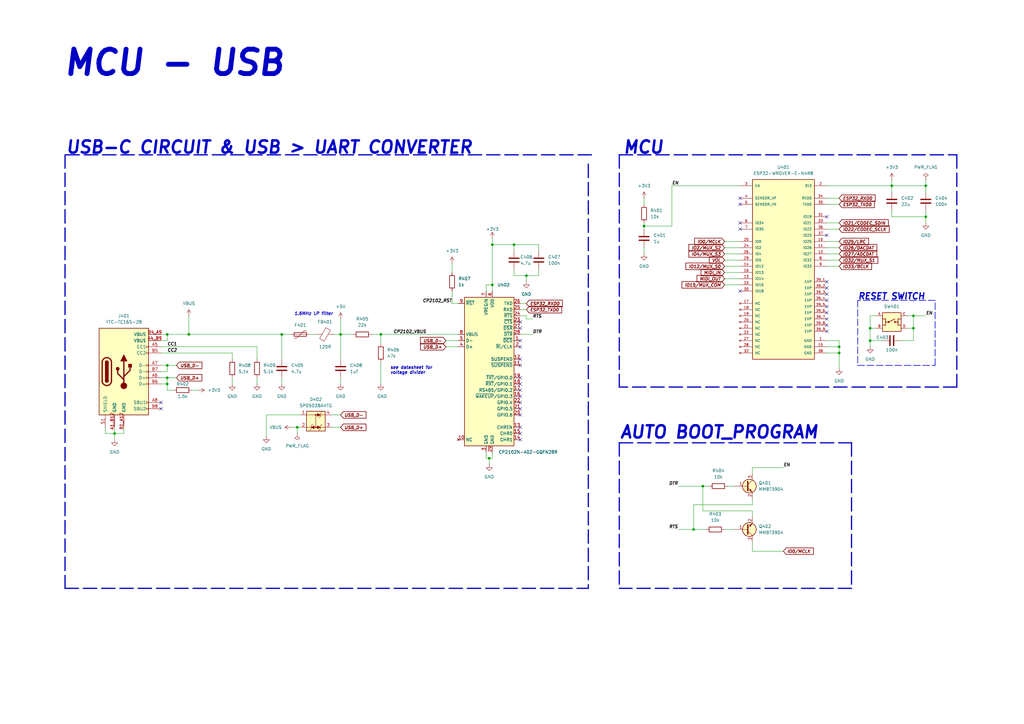
<source format=kicad_sch>
(kicad_sch (version 20211123) (generator eeschema)
  (paper "A3")
  (title_block (title "ESP32 SYNTH") (date "2023-06-02") (rev "0") (company "Joël Ucedo"))
  (lib_symbols
    (symbol "MY CAPACITOR LIBRARY:CC0603KRX7R9BB104" (pin_numbers hide) (pin_names (offset 0.254))
      (property "Reference" "C6" (at -5.08 1.27 0))
      (property "Value" "CC0603KRX7R9BB104" (at -8.89 -1.27 0))
      (symbol "CC0603KRX7R9BB104_0_1"
        (polyline (pts (xy -2.032 -0.762) (xy 2.032 -0.762)) (stroke (width 0.508)))
        (polyline (pts (xy -2.032 0.762) (xy 2.032 0.762)) (stroke (width 0.508)))
      )
      (symbol "CC0603KRX7R9BB104_1_1"
        (pin passive line (at 0 3.81 270) (length 2.794) (name "~") (number "1"))
        (pin passive line (at 0 -3.81 90) (length 2.794) (name "~") (number "2"))
      )
    )
    (symbol "MY CAPACITOR LIBRARY:CL10A105KB8NNNC" (pin_numbers hide) (pin_names (offset 0.254))
      (property "Reference" "C5" (at 3.81 1.2701 0))
      (property "Value" "CL10A105KB8NNNC" (at 3.81 -1.2699 0))
      (symbol "CL10A105KB8NNNC_0_1"
        (polyline (pts (xy -2.032 -0.762) (xy 2.032 -0.762)) (stroke (width 0.508)))
        (polyline (pts (xy -2.032 0.762) (xy 2.032 0.762)) (stroke (width 0.508)))
      )
      (symbol "CL10A105KB8NNNC_1_1"
        (pin passive line (at 0 3.81 270) (length 2.794) (name "~") (number "1"))
        (pin passive line (at 0 -3.81 90) (length 2.794) (name "~") (number "2"))
      )
    )
    (symbol "MY CAPACITOR LIBRARY:CL10A226MQ8NRNC" (pin_numbers hide) (pin_names (offset 0.254))
      (property "Reference" "C3" (at 1.27 2.54 0))
      (property "Value" "CL10A226MQ8NRNC" (at 1.27 -2.54 0))
      (symbol "CL10A226MQ8NRNC_0_1"
        (polyline (pts (xy -2.032 -0.762) (xy 2.032 -0.762)) (stroke (width 0.508)))
        (polyline (pts (xy -2.032 0.762) (xy 2.032 0.762)) (stroke (width 0.508)))
      )
      (symbol "CL10A226MQ8NRNC_1_1"
        (pin passive line (at 0 3.81 270) (length 2.794) (name "~") (number "1"))
        (pin passive line (at 0 -3.81 90) (length 2.794) (name "~") (number "2"))
      )
    )
    (symbol "MY CAPACITOR LIBRARY:CL10A475KO8NNNC" (pin_numbers hide) (pin_names (offset 0.254))
      (property "Reference" "C17" (at 3.81 1.2701 0))
      (property "Value" "CL10A475KO8NNNC" (at 3.81 -1.2699 0))
      (symbol "CL10A475KO8NNNC_0_1"
        (polyline (pts (xy -2.032 -0.762) (xy 2.032 -0.762)) (stroke (width 0.508)))
        (polyline (pts (xy -2.032 0.762) (xy 2.032 0.762)) (stroke (width 0.508)))
      )
      (symbol "CL10A475KO8NNNC_1_1"
        (pin passive line (at 0 3.81 270) (length 2.794) (name "~") (number "1"))
        (pin passive line (at 0 -3.81 90) (length 2.794) (name "~") (number "2"))
      )
    )
    (symbol "MY CONNECTOR LIBRARY:YTC-TC16S-28" (pin_names (offset 1.016))
      (property "Reference" "J" (at -10.16 19.05 0))
      (property "Value" "YTC-TC16S-28" (at 19.05 19.05 0))
      (symbol "YTC-TC16S-28_0_0"
        (rectangle (start 10.16 -14.986) (end 9.144 -15.494))
        (rectangle (start 10.16 -12.446) (end 9.144 -12.954))
        (rectangle (start 10.16 -4.826) (end 9.144 -5.334))
        (rectangle (start 10.16 -2.286) (end 9.144 -2.794))
        (rectangle (start 10.16 0.254) (end 9.144 -0.254))
        (rectangle (start 10.16 2.794) (end 9.144 2.286))
        (rectangle (start 10.16 7.874) (end 9.144 7.366))
        (rectangle (start 10.16 10.414) (end 9.144 9.906))
      )
      (symbol "YTC-TC16S-28_0_1"
        (rectangle (start -10.16 17.78) (end 10.16 -17.78) (stroke (width 0.254)) (fill (type background)))
        (arc (start -8.89 -3.81) (mid -6.985 -5.715) (end -5.08 -3.81) (stroke (width 0.508)))
        (arc (start -7.62 -3.81) (mid -6.985 -4.445) (end -6.35 -3.81) (stroke (width 0.254)))
        (arc (start -7.62 -3.81) (mid -6.985 -4.445) (end -6.35 -3.81) (stroke (width 0.254)) (fill (type outline)))
        (rectangle (start -7.62 -3.81) (end -6.35 3.81) (stroke (width 0.254)) (fill (type outline)))
        (arc (start -6.35 3.81) (mid -6.985 4.445) (end -7.62 3.81) (stroke (width 0.254)))
        (arc (start -6.35 3.81) (mid -6.985 4.445) (end -7.62 3.81) (stroke (width 0.254)) (fill (type outline)))
        (arc (start -5.08 3.81) (mid -6.985 5.715) (end -8.89 3.81) (stroke (width 0.508)))
        (circle (center -2.54 1.143) (radius 0.635) (stroke (width 0.254)) (fill (type outline)))
        (circle (center 0 -5.842) (radius 1.27) (fill (type outline)))
        (polyline (pts (xy -8.89 -3.81) (xy -8.89 3.81)) (stroke (width 0.508)))
        (polyline (pts (xy -5.08 3.81) (xy -5.08 -3.81)) (stroke (width 0.508)))
        (polyline (pts (xy 0 -5.842) (xy 0 4.318)) (stroke (width 0.508)))
        (polyline (pts (xy 0 -3.302) (xy -2.54 -0.762) (xy -2.54 0.508)) (stroke (width 0.508)))
        (polyline (pts (xy 0 -2.032) (xy 2.54 0.508) (xy 2.54 1.778)) (stroke (width 0.508)))
        (polyline (pts (xy -1.27 4.318) (xy 0 6.858) (xy 1.27 4.318) (xy -1.27 4.318)) (stroke (width 0.254)) (fill (type outline)))
        (rectangle (start 1.905 1.778) (end 3.175 3.048) (stroke (width 0.254)) (fill (type outline)))
      )
      (symbol "YTC-TC16S-28_1_1"
        (pin passive line (at -3.81 -22.86 90) (length 5.08) (name "GND") (number "A1_B12"))
        (pin passive line (at -3.81 -22.86 90) (length 5.08) (name "GND") (number "A1_B12"))
        (pin passive line (at 15.24 12.7 180) (length 5.08) (name "VBUS") (number "A4_B9"))
        (pin passive line (at 15.24 12.7 180) (length 5.08) (name "VBUS") (number "A4_B9"))
        (pin bidirectional line (at 15.24 10.16 180) (length 5.08) (name "CC1") (number "A5"))
        (pin bidirectional line (at 15.24 -2.54 180) (length 5.08) (name "D+") (number "A6"))
        (pin bidirectional line (at 15.24 2.54 180) (length 5.08) (name "D-") (number "A7"))
        (pin bidirectional line (at 15.24 -12.7 180) (length 5.08) (name "SBU1") (number "A8"))
        (pin passive line (at 0 -22.86 90) (length 5.08) (name "GND") (number "B1_A12"))
        (pin passive line (at 0 -22.86 90) (length 5.08) (name "GND") (number "B1_A12"))
        (pin passive line (at 15.24 15.24 180) (length 5.08) (name "VBUS") (number "B4_A9"))
        (pin passive line (at 15.24 15.24 180) (length 5.08) (name "VBUS") (number "B4_A9"))
        (pin bidirectional line (at 15.24 7.62 180) (length 5.08) (name "CC2") (number "B5"))
        (pin bidirectional line (at 15.24 -5.08 180) (length 5.08) (name "D+") (number "B6"))
        (pin bidirectional line (at 15.24 0 180) (length 5.08) (name "D-") (number "B7"))
        (pin bidirectional line (at 15.24 -15.24 180) (length 5.08) (name "SBU2") (number "B8"))
        (pin passive line (at -7.62 -22.86 90) (length 5.08) (name "SHIELD") (number "S1"))
      )
    )
    (symbol "MY DIODE LIBRARY:SP0503BAHTG" (pin_names (offset 1.016))
      (property "Reference" "D1" (at 0 8.89 0))
      (property "Value" "SP0503BAHTG" (at 0 6.35 0))
      (symbol "SP0503BAHTG_0_1"
        (circle (center 0 -2.54) (radius 0.254) (fill (type outline)))
        (polyline (pts (xy -3.81 -2.54) (xy -1.905 -2.54)))
        (polyline (pts (xy 0 -2.54) (xy 0 2.54)))
        (polyline (pts (xy 0.635 -2.54) (xy -0.635 -2.54)))
        (polyline (pts (xy 0.635 2.54) (xy -3.81 2.54)))
        (polyline (pts (xy 1.905 -2.54) (xy 3.81 -2.54)))
        (polyline (pts (xy 1.905 2.54) (xy 3.81 2.54)))
        (polyline (pts (xy -1.905 -2.54) (xy -0.635 -1.905) (xy -0.635 -3.175) (xy -1.905 -2.54)) (fill (type outline)))
        (polyline (pts (xy -1.27 -1.27) (xy -1.905 -1.905) (xy -1.905 -3.175) (xy -2.54 -3.81)))
        (polyline (pts (xy 0.635 -1.905) (xy 0.635 -3.175) (xy 1.905 -2.54) (xy 0.635 -1.905)) (fill (type outline)))
        (polyline (pts (xy 0.635 3.175) (xy 0.635 1.905) (xy 1.905 2.54) (xy 0.635 3.175)) (fill (type outline)))
        (polyline (pts (xy 2.54 -1.27) (xy 1.905 -1.905) (xy 1.905 -3.175) (xy 1.27 -3.81)))
        (polyline (pts (xy 2.54 3.81) (xy 1.905 3.175) (xy 1.905 1.905) (xy 1.27 1.27)))
        (circle (center 0 2.54) (radius 0.254) (fill (type outline)))
        (rectangle (start 3.81 4.064) (end -3.81 -4.064) (stroke (width 0.254)) (fill (type background)))
      )
      (symbol "SP0503BAHTG_1_1"
        (pin passive line (at -6.35 2.54 0) (length 2.54) (name "~") (number "1"))
        (pin passive line (at -6.35 -2.54 0) (length 2.54) (name "~") (number "2"))
        (pin passive line (at 6.35 -2.54 180) (length 2.54) (name "~") (number "3"))
        (pin passive line (at 6.35 2.54 180) (length 2.54) (name "~") (number "4"))
      )
    )
    (symbol "MY FERRITE BEAD LIBRARY:BLM18AG121SN1D" (pin_numbers hide) (pin_names (offset 0))
      (property "Reference" "FB1" (at -0.0508 5.08 90))
      (symbol "BLM18AG121SN1D_0_1"
        (polyline (pts (xy 0 -1.27) (xy 0 -1.2192)))
        (polyline (pts (xy 0 1.27) (xy 0 1.2954)))
        (polyline (pts (xy -2.7686 0.4064) (xy -1.7018 2.2606) (xy 2.7686 -0.3048) (xy 1.6764 -2.159) (xy -2.7686 0.4064)))
      )
      (symbol "BLM18AG121SN1D_1_1"
        (pin passive line (at 0 3.81 270) (length 2.54) (name "~") (number "1"))
        (pin passive line (at 0 -3.81 90) (length 2.54) (name "~") (number "2"))
      )
    )
    (symbol "MY FUSE LIBRARY:SMD0805P020TF" (pin_numbers hide) (pin_names (offset 0))
      (property "Reference" "F1" (at 0 3.81 90))
      (symbol "SMD0805P020TF_0_1"
        (rectangle (start -0.762 2.54) (end 0.762 -2.54) (stroke (width 0.254)))
        (polyline (pts (xy 0 2.54) (xy 0 -2.54)))
        (polyline (pts (xy -1.524 2.54) (xy -1.524 1.524) (xy 1.524 -1.524) (xy 1.524 -2.54)))
      )
      (symbol "SMD0805P020TF_1_1"
        (pin passive line (at 0 3.81 270) (length 1.27) (name "~") (number "1"))
        (pin passive line (at 0 -3.81 90) (length 1.27) (name "~") (number "2"))
      )
    )
    (symbol "MY IC LIBRARY:CP2102N-A02-GQFN28R"
      (property "Reference" "U2" (at 7.62 31.75 0))
      (property "Value" "CP2102N-A02-GQFN28R" (at 2.54 -33.02 0))
      (symbol "CP2102N-A02-GQFN28R_0_1"
        (rectangle (start -10.16 30.48) (end 10.16 -30.48) (stroke (width 0.254)) (fill (type background)))
      )
      (symbol "CP2102N-A02-GQFN28R_1_1"
        (pin input line (at 12.7 12.7 180) (length 2.54) (name "~{DCD}") (number "1"))
        (pin no_connect line (at -12.7 -27.94 0) (length 2.54) (name "NC") (number "10"))
        (pin output line (at 12.7 2.54 180) (length 2.54) (name "~{SUSPEND}") (number "11"))
        (pin output line (at 12.7 5.08 180) (length 2.54) (name "SUSPEND") (number "12"))
        (pin output line (at 12.7 -22.86 180) (length 2.54) (name "CHREN") (number "13"))
        (pin output line (at 12.7 -27.94 180) (length 2.54) (name "CHR1") (number "14"))
        (pin output line (at 12.7 -25.4 180) (length 2.54) (name "CHR0") (number "15"))
        (pin bidirectional line (at 12.7 -10.16 180) (length 2.54) (name "~{WAKEUP}/GPIO.3") (number "16"))
        (pin bidirectional line (at 12.7 -7.62 180) (length 2.54) (name "RS485/GPIO.2") (number "17"))
        (pin bidirectional line (at 12.7 -5.08 180) (length 2.54) (name "~{RXT}/GPIO.1") (number "18"))
        (pin bidirectional line (at 12.7 -2.54 180) (length 2.54) (name "~{TXT}/GPIO.0") (number "19"))
        (pin bidirectional line (at 12.7 10.16 180) (length 2.54) (name "~{RI}/CLK") (number "2"))
        (pin bidirectional line (at 12.7 -17.78 180) (length 2.54) (name "GPIO.6") (number "20"))
        (pin bidirectional line (at 12.7 -15.24 180) (length 2.54) (name "GPIO.5") (number "21"))
        (pin bidirectional line (at 12.7 -12.7 180) (length 2.54) (name "GPIO.4") (number "22"))
        (pin input line (at 12.7 20.32 180) (length 2.54) (name "~{CTS}") (number "23"))
        (pin output line (at 12.7 22.86 180) (length 2.54) (name "~{RTS}") (number "24"))
        (pin input line (at 12.7 25.4 180) (length 2.54) (name "RXD") (number "25"))
        (pin output line (at 12.7 27.94 180) (length 2.54) (name "TXD") (number "26"))
        (pin input line (at 12.7 17.78 180) (length 2.54) (name "~{DSR}") (number "27"))
        (pin output line (at 12.7 15.24 180) (length 2.54) (name "~{DTR}") (number "28"))
        (pin passive line (at 1.27 -33.02 90) (length 2.54) (name "GND") (number "29"))
        (pin power_in line (at -1.27 -33.02 90) (length 2.54) (name "GND") (number "3"))
        (pin bidirectional line (at -12.7 10.16 0) (length 2.54) (name "D+") (number "4"))
        (pin bidirectional line (at -12.7 12.7 0) (length 2.54) (name "D-") (number "5"))
        (pin power_in line (at 1.27 33.02 270) (length 2.54) (name "VDD") (number "6"))
        (pin power_in line (at -1.27 33.02 270) (length 2.54) (name "VREGIN") (number "7"))
        (pin input line (at -12.7 15.24 0) (length 2.54) (name "VBUS") (number "8"))
        (pin input line (at -12.7 27.94 0) (length 2.54) (name "~{RST}") (number "9"))
      )
    )
    (symbol "MY MICROCONTROLLER LIBRARY:ESP32-WROVER-E-N4R8" (pin_names (offset 1.016))
      (property "Reference" "U?" (at 1.27 40.64 0))
      (property "Value" "ESP32-WROVER-E-N4R8" (at 1.27 38.1 0))
      (symbol "ESP32-WROVER-E-N4R8_0_0"
        (rectangle (start -11.43 35.56) (end 13.97 -38.1) (stroke (width 0.254)) (fill (type background)))
        (pin power_in line (at 19.05 -30.48 180) (length 5.08) (name "GND") (number "1"))
        (pin bidirectional line (at 19.05 10.16 180) (length 5.08) (name "IO25") (number "10"))
        (pin bidirectional line (at 19.05 7.62 180) (length 5.08) (name "IO26") (number "11"))
        (pin bidirectional line (at 19.05 5.08 180) (length 5.08) (name "IO27") (number "12"))
        (pin bidirectional line (at -16.51 -5.08 0) (length 5.08) (name "IO14") (number "13"))
        (pin bidirectional line (at -16.51 0 0) (length 5.08) (name "IO12") (number "14"))
        (pin power_in line (at 19.05 -33.02 180) (length 5.08) (name "GND") (number "15"))
        (pin bidirectional line (at -16.51 -2.54 0) (length 5.08) (name "IO13") (number "16"))
        (pin no_connect line (at -16.51 -15.24 0) (length 5.08) (name "NC") (number "17"))
        (pin no_connect line (at -16.51 -17.78 0) (length 5.08) (name "NC") (number "18"))
        (pin no_connect line (at -16.51 -20.32 0) (length 5.08) (name "NC") (number "19"))
        (pin power_in line (at 19.05 33.02 180) (length 5.08) (name "3V3") (number "2"))
        (pin no_connect line (at -16.51 -22.86 0) (length 5.08) (name "NC") (number "20"))
        (pin no_connect line (at -16.51 -25.4 0) (length 5.08) (name "NC") (number "21"))
        (pin no_connect line (at -16.51 -27.94 0) (length 5.08) (name "NC") (number "22"))
        (pin bidirectional line (at -16.51 -7.62 0) (length 5.08) (name "IO15") (number "23"))
        (pin bidirectional line (at -16.51 7.62 0) (length 5.08) (name "IO2") (number "24"))
        (pin bidirectional line (at -16.51 10.16 0) (length 5.08) (name "IO0") (number "25"))
        (pin bidirectional line (at -16.51 5.08 0) (length 5.08) (name "IO4") (number "26"))
        (pin no_connect line (at -16.51 -30.48 0) (length 5.08) (name "NC") (number "27"))
        (pin no_connect line (at -16.51 -33.02 0) (length 5.08) (name "NC") (number "28"))
        (pin bidirectional line (at -16.51 2.54 0) (length 5.08) (name "IO5") (number "29"))
        (pin input line (at -16.51 33.02 0) (length 5.08) (name "EN") (number "3"))
        (pin bidirectional line (at -16.51 -10.16 0) (length 5.08) (name "IO18") (number "30"))
        (pin bidirectional line (at 19.05 20.32 180) (length 5.08) (name "IO19") (number "31"))
        (pin no_connect line (at -16.51 -35.56 0) (length 5.08) (name "NC") (number "32"))
        (pin bidirectional line (at 19.05 17.78 180) (length 5.08) (name "IO21") (number "33"))
        (pin bidirectional line (at 19.05 27.94 180) (length 5.08) (name "RXD0") (number "34"))
        (pin bidirectional line (at 19.05 25.4 180) (length 5.08) (name "TXD0") (number "35"))
        (pin bidirectional line (at 19.05 15.24 180) (length 5.08) (name "IO22") (number "36"))
        (pin bidirectional line (at 19.05 12.7 180) (length 5.08) (name "IO23") (number "37"))
        (pin power_in line (at 19.05 -35.56 180) (length 5.08) (name "GND") (number "38"))
        (pin power_in line (at 19.05 -6.35 180) (length 5.08) (name "EXP") (number "39_1"))
        (pin power_in line (at 19.05 -8.89 180) (length 5.08) (name "EXP") (number "39_2"))
        (pin power_in line (at 19.05 -11.43 180) (length 5.08) (name "EXP") (number "39_3"))
        (pin power_in line (at 19.05 -13.97 180) (length 5.08) (name "EXP") (number "39_4"))
        (pin power_in line (at 19.05 -16.51 180) (length 5.08) (name "EXP") (number "39_5"))
        (pin power_in line (at 19.05 -19.05 180) (length 5.08) (name "EXP") (number "39_6"))
        (pin power_in line (at 19.05 -21.59 180) (length 5.08) (name "EXP") (number "39_7"))
        (pin power_in line (at 19.05 -24.13 180) (length 5.08) (name "EXP") (number "39_8"))
        (pin power_in line (at 19.05 -26.67 180) (length 5.08) (name "EXP") (number "39_9"))
        (pin input line (at -16.51 27.94 0) (length 5.08) (name "SENSOR_VP") (number "4"))
        (pin input line (at -16.51 25.4 0) (length 5.08) (name "SENSOR_VN") (number "5"))
        (pin input line (at -16.51 17.78 0) (length 5.08) (name "IO34") (number "6"))
        (pin input line (at -16.51 15.24 0) (length 5.08) (name "IO35") (number "7"))
        (pin bidirectional line (at 19.05 2.54 180) (length 5.08) (name "IO32") (number "8"))
        (pin bidirectional line (at 19.05 0 180) (length 5.08) (name "IO33") (number "9"))
      )
    )
    (symbol "MY RESISTOR LIBRARY:0603WAF1001T5E" (pin_numbers hide) (pin_names (offset 0))
      (property "Reference" "R" (at 2.032 0 90))
      (property "Value" "0603WAF1001T5E" (at 0 0 90))
      (symbol "0603WAF1001T5E_0_1"
        (rectangle (start -1.016 -2.54) (end 1.016 2.54) (stroke (width 0.254)))
      )
      (symbol "0603WAF1001T5E_1_1"
        (pin passive line (at 0 3.81 270) (length 1.27) (name "~") (number "1"))
        (pin passive line (at 0 -3.81 90) (length 1.27) (name "~") (number "2"))
      )
    )
    (symbol "MY RESISTOR LIBRARY:0603WAF1002T5E" (pin_numbers hide) (pin_names (offset 0))
      (property "Reference" "R" (at 2.032 0 90))
      (property "Value" "0603WAF1002T5E" (at 0 0 90))
      (symbol "0603WAF1002T5E_0_1"
        (rectangle (start -1.016 -2.54) (end 1.016 2.54) (stroke (width 0.254)))
      )
      (symbol "0603WAF1002T5E_1_1"
        (pin passive line (at 0 3.81 270) (length 1.27) (name "~") (number "1"))
        (pin passive line (at 0 -3.81 90) (length 1.27) (name "~") (number "2"))
      )
    )
    (symbol "MY RESISTOR LIBRARY:0603WAF2202T5E" (pin_numbers hide) (pin_names (offset 0))
      (property "Reference" "R" (at 2.032 0 90))
      (property "Value" "0603WAF2202T5E" (at 0 0 90))
      (symbol "0603WAF2202T5E_0_1"
        (rectangle (start -1.016 -2.54) (end 1.016 2.54) (stroke (width 0.254)))
      )
      (symbol "0603WAF2202T5E_1_1"
        (pin passive line (at 0 3.81 270) (length 1.27) (name "~") (number "1"))
        (pin passive line (at 0 -3.81 90) (length 1.27) (name "~") (number "2"))
      )
    )
    (symbol "MY RESISTOR LIBRARY:0603WAF4702T5E" (pin_numbers hide) (pin_names (offset 0))
      (property "Reference" "R" (at 2.032 0 90))
      (property "Value" "0603WAF4702T5E" (at 0 0 90))
      (symbol "0603WAF4702T5E_0_1"
        (rectangle (start -1.016 -2.54) (end 1.016 2.54) (stroke (width 0.254)))
      )
      (symbol "0603WAF4702T5E_1_1"
        (pin passive line (at 0 3.81 270) (length 1.27) (name "~") (number "1"))
        (pin passive line (at 0 -3.81 90) (length 1.27) (name "~") (number "2"))
      )
    )
    (symbol "MY RESISTOR LIBRARY:0603WAF5101T5E" (pin_numbers hide) (pin_names (offset 0))
      (property "Reference" "R" (at 2.032 0 90))
      (property "Value" "0603WAF5101T5E" (at 0 0 90))
      (symbol "0603WAF5101T5E_0_1"
        (rectangle (start -1.016 -2.54) (end 1.016 2.54) (stroke (width 0.254)))
      )
      (symbol "0603WAF5101T5E_1_1"
        (pin passive line (at 0 3.81 270) (length 1.27) (name "~") (number "1"))
        (pin passive line (at 0 -3.81 90) (length 1.27) (name "~") (number "2"))
      )
    )
    (symbol "MY RESISTOR LIBRARY:CQ03WAJ0152T5E" (pin_numbers hide) (pin_names (offset 0))
      (property "Reference" "R" (at 2.032 0 90))
      (property "Value" "CQ03WAJ0152T5E" (at 0 0 90))
      (symbol "CQ03WAJ0152T5E_0_1"
        (rectangle (start -1.016 -2.54) (end 1.016 2.54) (stroke (width 0.254)))
      )
      (symbol "CQ03WAJ0152T5E_1_1"
        (pin passive line (at 0 3.81 270) (length 1.27) (name "~") (number "1"))
        (pin passive line (at 0 -3.81 90) (length 1.27) (name "~") (number "2"))
      )
    )
    (symbol "MY SWITCH LIBRARY:TS-1187A-B-A-B" (pin_names (offset 1.016))
      (property "Reference" "SW1" (at 1.27 6.35 0))
      (symbol "TS-1187A-B-A-B_0_0"
        (rectangle (start -2.54 3.81) (end 5.08 -3.81) (stroke (width 0.254)) (fill (type background)))
        (polyline (pts (xy -2.54 1.27) (xy -1.27 1.27)) (stroke (width 0.254)))
        (polyline (pts (xy -1.27 -1.27) (xy -2.54 -1.27)) (stroke (width 0.254)))
        (polyline (pts (xy -1.27 0) (xy -1.27 -1.27)) (stroke (width 0.254)))
        (polyline (pts (xy -1.27 0) (xy 0 0)) (stroke (width 0.254)))
        (polyline (pts (xy -1.27 1.27) (xy -1.27 0)) (stroke (width 0.254)))
        (polyline (pts (xy 0 0) (xy 2.54 1.27)) (stroke (width 0.254)))
        (polyline (pts (xy 2.54 0) (xy 3.81 0)) (stroke (width 0.254)))
        (polyline (pts (xy 3.81 -1.27) (xy 5.08 -1.27)) (stroke (width 0.254)))
        (polyline (pts (xy 3.81 0) (xy 3.81 -1.27)) (stroke (width 0.254)))
        (polyline (pts (xy 3.81 0) (xy 3.81 1.27)) (stroke (width 0.254)))
        (polyline (pts (xy 3.81 1.27) (xy 5.08 1.27)) (stroke (width 0.254)))
        (circle (center 0 0) (radius 0.254) (stroke (width 0.254)))
        (circle (center 2.54 0) (radius 0.254) (stroke (width 0.254)))
        (pin passive line (at -5.08 2.54 0) (length 2.54) (name "~") (number "A"))
        (pin passive line (at -5.08 -2.54 0) (length 2.54) (name "~") (number "B"))
        (pin passive line (at 7.62 2.54 180) (length 2.54) (name "~") (number "C"))
        (pin passive line (at 7.62 -2.54 180) (length 2.54) (name "~") (number "D"))
      )
    )
    (symbol "MY TRANSISTOR LIBRARY:MMBT3904" (pin_names (offset 0) hide)
      (property "Reference" "Q1" (at 5.08 1.2701 0))
      (property "Value" "MMBT3904" (at 5.08 -1.2699 0))
      (symbol "MMBT3904_0_1"
        (polyline (pts (xy 0.635 0.635) (xy 2.54 2.54)))
        (polyline (pts (xy 0.635 -0.635) (xy 2.54 -2.54) (xy 2.54 -2.54)))
        (polyline (pts (xy 0.635 1.905) (xy 0.635 -1.905) (xy 0.635 -1.905)) (stroke (width 0.508)))
        (polyline (pts (xy 1.27 -1.778) (xy 1.778 -1.27) (xy 2.286 -2.286) (xy 1.27 -1.778) (xy 1.27 -1.778)) (fill (type outline)))
        (circle (center 1.27 0) (radius 2.8194) (stroke (width 0.254)) (fill (type background)))
      )
      (symbol "MMBT3904_1_1"
        (pin input line (at -5.08 0 0) (length 5.715) (name "B") (number "1"))
        (pin passive line (at 2.54 -5.08 90) (length 2.54) (name "E") (number "2"))
        (pin passive line (at 2.54 5.08 270) (length 2.54) (name "C") (number "3"))
      )
    )
    (symbol "power:+3V3" (power) (pin_names (offset 0))
      (property "Value" "+3V3" (at 0 3.556 0))
      (symbol "+3V3_0_1"
        (polyline (pts (xy -0.762 1.27) (xy 0 2.54)))
        (polyline (pts (xy 0 0) (xy 0 2.54)))
        (polyline (pts (xy 0 2.54) (xy 0.762 1.27)))
      )
      (symbol "+3V3_1_1"
        (pin power_in line (at 0 0 90) (length 0) hide (name "+3V3") (number "1"))
      )
    )
    (symbol "power:+5V" (power) (pin_names (offset 0))
      (property "Value" "+5V" (at 0 3.556 0))
      (symbol "+5V_0_1"
        (polyline (pts (xy -0.762 1.27) (xy 0 2.54)))
        (polyline (pts (xy 0 0) (xy 0 2.54)))
        (polyline (pts (xy 0 2.54) (xy 0.762 1.27)))
      )
      (symbol "+5V_1_1"
        (pin power_in line (at 0 0 90) (length 0) hide (name "+5V") (number "1"))
      )
    )
    (symbol "power:GND" (power) (pin_names (offset 0))
      (property "Value" "GND" (at 0 -3.81 0))
      (symbol "GND_0_1"
        (polyline (pts (xy 0 0) (xy 0 -1.27) (xy 1.27 -1.27) (xy 0 -2.54) (xy -1.27 -1.27) (xy 0 -1.27)))
      )
      (symbol "GND_1_1"
        (pin power_in line (at 0 0 270) (length 0) hide (name "GND") (number "1"))
      )
    )
    (symbol "power:PWR_FLAG" (power) (pin_numbers hide) (pin_names (offset 0) hide)
      (property "Value" "PWR_FLAG" (at 0 3.81 0))
      (symbol "PWR_FLAG_0_0"
        (pin power_out line (at 0 0 90) (length 0) (name "pwr") (number "1"))
      )
      (symbol "PWR_FLAG_0_1"
        (polyline (pts (xy 0 0) (xy 0 1.27) (xy -1.016 1.905) (xy 0 2.54) (xy 1.016 1.905) (xy 0 1.27)))
      )
    )
    (symbol "power:VBUS" (power) (pin_names (offset 0))
      (property "Value" "VBUS" (at 0 3.81 0))
      (symbol "VBUS_0_1"
        (polyline (pts (xy -0.762 1.27) (xy 0 2.54)))
        (polyline (pts (xy 0 0) (xy 0 2.54)))
        (polyline (pts (xy 0 2.54) (xy 0.762 1.27)))
      )
      (symbol "VBUS_1_1"
        (pin power_in line (at 0 0 90) (length 0) hide (name "VBUS") (number "1"))
      )
    )
  )
  (junction (at 374.65 129.54))
  (junction (at 264.16 92.71))
  (junction (at 46.99 177.8))
  (junction (at 288.29 199.39))
  (junction (at 344.17 144.78))
  (junction (at 77.47 137.16))
  (junction (at 156.21 137.16))
  (junction (at 68.58 137.16))
  (junction (at 68.58 157.48))
  (junction (at 201.93 116.84))
  (junction (at 201.93 100.33))
  (junction (at 200.66 187.96))
  (junction (at 356.87 139.7))
  (junction (at 121.92 175.26))
  (junction (at 115.57 137.16))
  (junction (at 344.17 142.24))
  (junction (at 68.58 154.94))
  (junction (at 215.9 113.03))
  (junction (at 139.7 137.16))
  (junction (at 379.73 88.9))
  (junction (at 284.48 217.17))
  (junction (at 379.73 76.2))
  (junction (at 68.58 149.86))
  (junction (at 374.65 134.62))
  (junction (at 365.76 76.2))
  (junction (at 356.87 134.62))
  (junction (at 210.82 100.33))
  (no_connect (at 339.09 125.73))
  (no_connect (at 339.09 135.89))
  (no_connect (at 339.09 120.65))
  (no_connect (at 339.09 88.9))
  (no_connect (at 339.09 96.52))
  (no_connect (at 303.53 119.38))
  (no_connect (at 213.36 132.08))
  (no_connect (at 213.36 180.34))
  (no_connect (at 213.36 167.64))
  (no_connect (at 213.36 154.94))
  (no_connect (at 213.36 147.32))
  (no_connect (at 339.09 123.19))
  (no_connect (at 213.36 175.26))
  (no_connect (at 213.36 134.62))
  (no_connect (at 339.09 130.81))
  (no_connect (at 66.04 165.1))
  (no_connect (at 339.09 133.35))
  (no_connect (at 339.09 115.57))
  (no_connect (at 303.53 91.44))
  (no_connect (at 303.53 93.98))
  (no_connect (at 303.53 83.82))
  (no_connect (at 303.53 81.28))
  (no_connect (at 213.36 170.18))
  (no_connect (at 213.36 177.8))
  (no_connect (at 339.09 118.11))
  (no_connect (at 213.36 165.1))
  (no_connect (at 213.36 157.48))
  (no_connect (at 213.36 139.7))
  (no_connect (at 213.36 142.24))
  (no_connect (at 213.36 160.02))
  (no_connect (at 213.36 162.56))
  (no_connect (at 339.09 128.27))
  (no_connect (at 213.36 149.86))
  (no_connect (at 66.04 167.64))
  (polyline (pts (xy 349.25 241.3) (xy 254 241.3)) (stroke (width 0.5)))
  (wire (pts (xy 156.21 137.16) (xy 187.96 137.16)))
  (wire (pts (xy 264.16 101.6) (xy 264.16 104.14)))
  (wire (pts (xy 185.42 111.76) (xy 185.42 107.95)))
  (wire (pts (xy 356.87 139.7) (xy 361.95 139.7)))
  (wire (pts (xy 66.04 149.86) (xy 68.58 149.86)))
  (wire (pts (xy 71.12 160.02) (xy 68.58 160.02)))
  (wire (pts (xy 374.65 129.54) (xy 374.65 134.62)))
  (wire (pts (xy 68.58 152.4) (xy 68.58 149.86)))
  (wire (pts (xy 77.47 129.54) (xy 77.47 137.16)))
  (wire (pts (xy 185.42 124.46) (xy 187.96 124.46)))
  (wire (pts (xy 121.92 175.26) (xy 123.19 175.26)))
  (wire (pts (xy 344.17 144.78) (xy 344.17 151.13)))
  (wire (pts (xy 68.58 149.86) (xy 72.39 149.86)))
  (polyline (pts (xy 254 181.61) (xy 349.25 181.61)) (stroke (width 0.5)))
  (wire (pts (xy 356.87 134.62) (xy 359.41 134.62)))
  (wire (pts (xy 78.74 160.02) (xy 81.28 160.02)))
  (wire (pts (xy 43.18 177.8) (xy 46.99 177.8)))
  (wire (pts (xy 210.82 100.33) (xy 220.98 100.33)))
  (polyline (pts (xy 254 63.5) (xy 254 158.75)) (stroke (width 0.5)))
  (wire (pts (xy 289.56 217.17) (xy 284.48 217.17)))
  (wire (pts (xy 182.88 142.24) (xy 187.96 142.24)))
  (wire (pts (xy 288.29 199.39) (xy 290.83 199.39)))
  (polyline (pts (xy 351.79 149.86) (xy 383.54 149.86)) (stroke (width 0.254)))
  (wire (pts (xy 379.73 78.74) (xy 379.73 76.2)))
  (wire (pts (xy 109.22 170.18) (xy 109.22 179.07)))
  (wire (pts (xy 200.66 187.96) (xy 199.39 187.96)))
  (wire (pts (xy 213.36 127) (xy 215.9 127)))
  (wire (pts (xy 288.29 209.55) (xy 288.29 199.39)))
  (wire (pts (xy 68.58 137.16) (xy 66.04 137.16)))
  (wire (pts (xy 199.39 187.96) (xy 199.39 185.42)))
  (wire (pts (xy 115.57 154.94) (xy 115.57 157.48)))
  (wire (pts (xy 264.16 92.71) (xy 275.59 92.71)))
  (polyline (pts (xy 349.25 181.61) (xy 349.25 241.3)) (stroke (width 0.5)))
  (wire (pts (xy 46.99 175.26) (xy 46.99 177.8)))
  (wire (pts (xy 339.09 144.78) (xy 344.17 144.78)))
  (wire (pts (xy 213.36 129.54) (xy 215.9 129.54)))
  (wire (pts (xy 156.21 137.16) (xy 156.21 140.97)))
  (wire (pts (xy 200.66 190.5) (xy 200.66 187.96)))
  (wire (pts (xy 201.93 187.96) (xy 201.93 185.42)))
  (wire (pts (xy 199.39 116.84) (xy 201.93 116.84)))
  (wire (pts (xy 215.9 129.54) (xy 215.9 130.81)))
  (wire (pts (xy 218.44 130.81) (xy 215.9 130.81)))
  (wire (pts (xy 297.18 114.3) (xy 303.53 114.3)))
  (wire (pts (xy 50.8 177.8) (xy 46.99 177.8)))
  (wire (pts (xy 297.18 111.76) (xy 303.53 111.76)))
  (wire (pts (xy 68.58 139.7) (xy 68.58 137.16)))
  (wire (pts (xy 298.45 199.39) (xy 300.99 199.39)))
  (wire (pts (xy 339.09 109.22) (xy 344.17 109.22)))
  (wire (pts (xy 201.93 100.33) (xy 210.82 100.33)))
  (wire (pts (xy 308.61 207.01) (xy 308.61 204.47)))
  (wire (pts (xy 135.89 175.26) (xy 139.7 175.26)))
  (wire (pts (xy 339.09 139.7) (xy 344.17 139.7)))
  (wire (pts (xy 123.19 170.18) (xy 109.22 170.18)))
  (wire (pts (xy 365.76 76.2) (xy 365.76 78.74)))
  (wire (pts (xy 284.48 217.17) (xy 284.48 207.01)))
  (wire (pts (xy 339.09 142.24) (xy 344.17 142.24)))
  (wire (pts (xy 379.73 73.66) (xy 379.73 76.2)))
  (wire (pts (xy 275.59 92.71) (xy 275.59 76.2)))
  (wire (pts (xy 185.42 124.46) (xy 185.42 119.38)))
  (polyline (pts (xy 383.54 123.19) (xy 351.79 123.19)) (stroke (width 0.254)))
  (wire (pts (xy 344.17 142.24) (xy 344.17 144.78)))
  (wire (pts (xy 344.17 139.7) (xy 344.17 142.24)))
  (wire (pts (xy 66.04 139.7) (xy 68.58 139.7)))
  (polyline (pts (xy 26.67 63.5) (xy 26.67 241.3)) (stroke (width 0.5)))
  (wire (pts (xy 339.09 101.6) (xy 344.17 101.6)))
  (wire (pts (xy 278.13 199.39) (xy 288.29 199.39)))
  (wire (pts (xy 339.09 93.98) (xy 344.17 93.98)))
  (wire (pts (xy 156.21 148.59) (xy 156.21 157.48)))
  (wire (pts (xy 201.93 119.38) (xy 201.93 116.84)))
  (wire (pts (xy 339.09 106.68) (xy 344.17 106.68)))
  (polyline (pts (xy 392.43 63.5) (xy 392.43 158.75)) (stroke (width 0.5)))
  (polyline (pts (xy 351.79 123.19) (xy 351.79 149.86)) (stroke (width 0.254)))
  (wire (pts (xy 374.65 129.54) (xy 379.73 129.54)))
  (wire (pts (xy 297.18 101.6) (xy 303.53 101.6)))
  (wire (pts (xy 66.04 152.4) (xy 68.58 152.4)))
  (wire (pts (xy 115.57 137.16) (xy 77.47 137.16)))
  (wire (pts (xy 215.9 113.03) (xy 220.98 113.03)))
  (wire (pts (xy 264.16 92.71) (xy 264.16 93.98)))
  (wire (pts (xy 139.7 137.16) (xy 139.7 147.32)))
  (wire (pts (xy 308.61 226.06) (xy 321.31 226.06)))
  (wire (pts (xy 339.09 91.44) (xy 344.17 91.44)))
  (wire (pts (xy 139.7 130.81) (xy 139.7 137.16)))
  (wire (pts (xy 213.36 124.46) (xy 215.9 124.46)))
  (wire (pts (xy 68.58 157.48) (xy 68.58 160.02)))
  (wire (pts (xy 220.98 110.49) (xy 220.98 113.03)))
  (wire (pts (xy 339.09 81.28) (xy 344.17 81.28)))
  (wire (pts (xy 308.61 191.77) (xy 321.31 191.77)))
  (wire (pts (xy 297.18 104.14) (xy 303.53 104.14)))
  (wire (pts (xy 68.58 154.94) (xy 72.39 154.94)))
  (wire (pts (xy 339.09 99.06) (xy 344.17 99.06)))
  (wire (pts (xy 105.41 142.24) (xy 105.41 147.32)))
  (wire (pts (xy 379.73 88.9) (xy 379.73 91.44)))
  (wire (pts (xy 66.04 144.78) (xy 95.25 144.78)))
  (wire (pts (xy 210.82 100.33) (xy 210.82 102.87)))
  (wire (pts (xy 379.73 86.36) (xy 379.73 88.9)))
  (wire (pts (xy 297.18 99.06) (xy 303.53 99.06)))
  (wire (pts (xy 95.25 144.78) (xy 95.25 147.32)))
  (wire (pts (xy 119.38 175.26) (xy 121.92 175.26)))
  (wire (pts (xy 369.57 139.7) (xy 374.65 139.7)))
  (wire (pts (xy 264.16 81.28) (xy 264.16 83.82)))
  (wire (pts (xy 339.09 76.2) (xy 365.76 76.2)))
  (polyline (pts (xy 242.57 63.5) (xy 26.67 63.5)) (stroke (width 0.5)))
  (wire (pts (xy 152.4 137.16) (xy 156.21 137.16)))
  (wire (pts (xy 201.93 100.33) (xy 201.93 116.84)))
  (wire (pts (xy 66.04 157.48) (xy 68.58 157.48)))
  (wire (pts (xy 210.82 113.03) (xy 215.9 113.03)))
  (wire (pts (xy 66.04 142.24) (xy 105.41 142.24)))
  (wire (pts (xy 278.13 217.17) (xy 284.48 217.17)))
  (wire (pts (xy 297.18 116.84) (xy 303.53 116.84)))
  (wire (pts (xy 115.57 137.16) (xy 119.38 137.16)))
  (wire (pts (xy 95.25 154.94) (xy 95.25 157.48)))
  (wire (pts (xy 66.04 154.94) (xy 68.58 154.94)))
  (wire (pts (xy 182.88 139.7) (xy 187.96 139.7)))
  (wire (pts (xy 220.98 100.33) (xy 220.98 102.87)))
  (wire (pts (xy 356.87 129.54) (xy 359.41 129.54)))
  (wire (pts (xy 199.39 119.38) (xy 199.39 116.84)))
  (wire (pts (xy 339.09 83.82) (xy 344.17 83.82)))
  (wire (pts (xy 308.61 222.25) (xy 308.61 226.06)))
  (wire (pts (xy 77.47 137.16) (xy 68.58 137.16)))
  (wire (pts (xy 46.99 177.8) (xy 46.99 180.34)))
  (polyline (pts (xy 241.3 67.31) (xy 241.3 241.3)) (stroke (width 0.5)))
  (wire (pts (xy 297.18 217.17) (xy 300.99 217.17)))
  (polyline (pts (xy 392.43 158.75) (xy 254 158.75)) (stroke (width 0.5)))
  (polyline (pts (xy 254 181.61) (xy 254 241.3)) (stroke (width 0.5)))
  (wire (pts (xy 127 137.16) (xy 129.54 137.16)))
  (wire (pts (xy 372.11 134.62) (xy 374.65 134.62)))
  (wire (pts (xy 139.7 137.16) (xy 144.78 137.16)))
  (wire (pts (xy 356.87 139.7) (xy 356.87 134.62)))
  (wire (pts (xy 135.89 170.18) (xy 139.7 170.18)))
  (wire (pts (xy 284.48 207.01) (xy 308.61 207.01)))
  (wire (pts (xy 356.87 134.62) (xy 356.87 129.54)))
  (wire (pts (xy 115.57 147.32) (xy 115.57 137.16)))
  (polyline (pts (xy 254 63.5) (xy 392.43 63.5)) (stroke (width 0.5)))
  (wire (pts (xy 200.66 187.96) (xy 201.93 187.96)))
  (wire (pts (xy 297.18 109.22) (xy 303.53 109.22)))
  (wire (pts (xy 213.36 137.16) (xy 218.44 137.16)))
  (wire (pts (xy 288.29 209.55) (xy 308.61 209.55)))
  (wire (pts (xy 121.92 175.26) (xy 121.92 177.8)))
  (wire (pts (xy 308.61 194.31) (xy 308.61 191.77)))
  (wire (pts (xy 215.9 113.03) (xy 215.9 115.57)))
  (wire (pts (xy 374.65 139.7) (xy 374.65 134.62)))
  (wire (pts (xy 210.82 110.49) (xy 210.82 113.03)))
  (polyline (pts (xy 383.54 149.86) (xy 383.54 123.19)) (stroke (width 0.254)))
  (wire (pts (xy 365.76 76.2) (xy 379.73 76.2)))
  (wire (pts (xy 339.09 104.14) (xy 344.17 104.14)))
  (wire (pts (xy 275.59 76.2) (xy 303.53 76.2)))
  (wire (pts (xy 137.16 137.16) (xy 139.7 137.16)))
  (polyline (pts (xy 26.67 241.3) (xy 241.3 241.3)) (stroke (width 0.5)))
  (wire (pts (xy 365.76 88.9) (xy 379.73 88.9)))
  (wire (pts (xy 297.18 106.68) (xy 303.53 106.68)))
  (wire (pts (xy 365.76 86.36) (xy 365.76 88.9)))
  (wire (pts (xy 372.11 129.54) (xy 374.65 129.54)))
  (wire (pts (xy 50.8 175.26) (xy 50.8 177.8)))
  (wire (pts (xy 105.41 154.94) (xy 105.41 157.48)))
  (wire (pts (xy 68.58 157.48) (xy 68.58 154.94)))
  (wire (pts (xy 43.18 175.26) (xy 43.18 177.8)))
  (wire (pts (xy 264.16 91.44) (xy 264.16 92.71)))
  (wire (pts (xy 308.61 212.09) (xy 308.61 209.55)))
  (wire (pts (xy 201.93 97.79) (xy 201.93 100.33)))
  (wire (pts (xy 356.87 142.24) (xy 356.87 139.7)))
  (wire (pts (xy 365.76 76.2) (xy 365.76 73.66)))
  (wire (pts (xy 139.7 154.94) (xy 139.7 157.48)))
  (text "USB-C CIRCUIT & USB > UART CONVERTER" (at 26.67 63.5 0) (effects (font (size 5 5) bold italic) (justify left bottom)))
  (text "see datasheet for\nvoltage divider" (at 160.02 153.67 0) (effects (font (size 1.27 1.27) bold italic) (justify left bottom)))
  (text "RESET SWITCH" (at 351.79 123.19 0) (effects (font (size 2.54 2.54) bold italic) (justify left bottom)))
  (text "MCU" (at 255.27 63.5 0) (effects (font (size 5 5) (thickness 1.016) bold italic) (justify left bottom)))
  (text "1.6MHz LP filter" (at 120.65 129.54 0) (effects (font (size 1.27 1.27) (thickness 0.254) bold italic) (justify left bottom)))
  (text "AUTO BOOT_PROGRAM\n" (at 254 180.34 0) (effects (font (size 5 5) bold italic) (justify left bottom)))
  (text "MCU - USB" (at 25.4 31.75 0) (effects (font (size 10 10) bold italic) (justify left bottom)))
  (label "CP2102_VBUS" (at 161.29 137.16 0) (effects (font bold italic)))
  (label "EN" (at 321.31 191.77 0) (effects (font (thickness 0.254) bold italic)))
  (label "EN" (at 275.59 76.2 0) (effects (font (thickness 0.254) bold italic)))
  (label "DTR" (at 278.13 199.39 180) (effects (font bold italic)))
  (label "CC1" (at 68.58 142.24 0) (effects (font bold italic)))
  (label "CP2102_RST" (at 185.42 124.46 180) (effects (font bold italic)))
  (label "RTS" (at 218.44 130.81 0) (effects (font bold italic)))
  (label "RTS" (at 278.13 217.17 180) (effects (font bold italic)))
  (label "EN" (at 379.73 129.54 0) (effects (font (thickness 0.254) bold italic)))
  (label "CC2" (at 68.58 144.78 0) (effects (font bold italic)))
  (label "DTR" (at 218.44 137.16 0) (effects (font bold italic)))
  (global_label "ESP32_RXD0" (shape input) (at 344.17 81.28 0) (effects (font bold italic)) (property "Intersheet References" "${INTERSHEET_REFS}" (effects hide)))
  (global_label "IO12{slash}MUX_S0" (shape input) (at 297.18 109.22 180) (effects (font bold italic)) (property "Intersheet References" "${INTERSHEET_REFS}" (effects hide)))
  (global_label "IO21{slash}CODEC_SDIN" (shape input) (at 344.17 91.44 0) (effects (font bold italic)) (property "Intersheet References" "${INTERSHEET_REFS}" (effects hide)))
  (global_label "USB_D-" (shape input) (at 182.88 139.7 180) (effects (font bold italic)) (property "Intersheet References" "${INTERSHEET_REFS}" (effects hide)))
  (global_label "IO2{slash}MUX_S2" (shape input) (at 297.18 101.6 180) (effects (font (thickness 0.254) bold italic)) (property "Intersheet References" "${INTERSHEET_REFS}" (effects hide)))
  (global_label "ESP32_TXD0" (shape input) (at 344.17 83.82 0) (effects (font (thickness 0.254) bold italic)) (property "Intersheet References" "${INTERSHEET_REFS}" (effects hide)))
  (global_label "IO22{slash}CODEC_SCLK" (shape input) (at 344.17 93.98 0) (effects (font bold italic)) (property "Intersheet References" "${INTERSHEET_REFS}" (effects hide)))
  (global_label "USB_D+" (shape input) (at 72.39 154.94 0) (effects (font bold italic)) (property "Intersheet References" "${INTERSHEET_REFS}" (effects hide)))
  (global_label "IO26{slash}DACDAT" (shape input) (at 344.17 101.6 0) (effects (font (thickness 0.254) bold italic)) (property "Intersheet References" "${INTERSHEET_REFS}" (effects hide)))
  (global_label "USB_D+" (shape input) (at 139.7 175.26 0) (effects (font bold italic)) (property "Intersheet References" "${INTERSHEET_REFS}" (effects hide)))
  (global_label "USB_D+" (shape input) (at 182.88 142.24 180) (effects (font bold italic)) (property "Intersheet References" "${INTERSHEET_REFS}" (effects hide)))
  (global_label "VOL" (shape input) (at 297.18 106.68 180) (effects (font (thickness 0.254) bold italic)) (property "Intersheet References" "${INTERSHEET_REFS}" (effects hide)))
  (global_label "IO32{slash}MUX_S1" (shape input) (at 344.17 106.68 0) (effects (font (thickness 0.254) bold italic)) (property "Intersheet References" "${INTERSHEET_REFS}" (effects hide)))
  (global_label "IO0{slash}MCLK" (shape input) (at 297.18 99.06 180) (effects (font (thickness 0.254) bold italic)) (property "Intersheet References" "${INTERSHEET_REFS}" (effects hide)))
  (global_label "IO0{slash}MCLK" (shape input) (at 321.31 226.06 0) (effects (font (thickness 0.254) bold italic)) (property "Intersheet References" "${INTERSHEET_REFS}" (effects hide)))
  (global_label "IO4{slash}MUX_S3" (shape input) (at 297.18 104.14 180) (effects (font (thickness 0.254) bold italic)) (property "Intersheet References" "${INTERSHEET_REFS}" (effects hide)))
  (global_label "ESP32_RXD0" (shape input) (at 215.9 124.46 0) (effects (font bold italic)) (property "Intersheet References" "${INTERSHEET_REFS}" (effects hide)))
  (global_label "MIDI_IN" (shape input) (at 297.18 111.76 180) (effects (font (thickness 0.254) bold italic)) (property "Intersheet References" "${INTERSHEET_REFS}" (effects hide)))
  (global_label "IO27{slash}ADCDAT" (shape input) (at 344.17 104.14 0) (effects (font (thickness 0.254) bold italic)) (property "Intersheet References" "${INTERSHEET_REFS}" (effects hide)))
  (global_label "USB_D-" (shape input) (at 72.39 149.86 0) (effects (font bold italic)) (property "Intersheet References" "${INTERSHEET_REFS}" (effects hide)))
  (global_label "USB_D-" (shape input) (at 139.7 170.18 0) (effects (font bold italic)) (property "Intersheet References" "${INTERSHEET_REFS}" (effects hide)))
  (global_label "IO15{slash}MUX_COM" (shape input) (at 297.18 116.84 180) (effects (font bold italic)) (property "Intersheet References" "${INTERSHEET_REFS}" (effects hide)))
  (global_label "IO25{slash}LRC" (shape input) (at 344.17 99.06 0) (effects (font (thickness 0.254) bold italic)) (property "Intersheet References" "${INTERSHEET_REFS}" (effects hide)))
  (global_label "MIDI_OUT" (shape input) (at 297.18 114.3 180) (effects (font bold italic)) (property "Intersheet References" "${INTERSHEET_REFS}" (effects hide)))
  (global_label "IO33{slash}BCLK" (shape input) (at 344.17 109.22 0) (effects (font (thickness 0.254) bold italic)) (property "Intersheet References" "${INTERSHEET_REFS}" (effects hide)))
  (global_label "ESP32_TXD0" (shape input) (at 215.9 127 0) (effects (font (thickness 0.254) bold italic)) (property "Intersheet References" "${INTERSHEET_REFS}" (effects hide)))
  (symbol (lib_id "power:+3V3") (at 365.76 73.66 0) (unit 1)
    (property "Reference" "#PWR0129" (effects hide))
    (property "Value" "+3V3" (at 365.76 68.58 0))
  )
  (symbol (lib_id "MY CAPACITOR LIBRARY:CL10A226MQ8NRNC") (at 365.76 82.55 0) (unit 1)
    (property "Reference" "C402" (at 369.57 81.2799 0) (effects (justify left)))
    (property "Value" "22u" (at 369.57 83.8199 0) (effects (justify left)))
    (property "Footprint" "MY CAPACITOR LIBRARY:0603_CL10A226MQ8NRNC" (effects hide))
  )
  (symbol (lib_id "MY TRANSISTOR LIBRARY:MMBT3904") (at 306.07 217.17 0) (mirror x) (unit 1)
    (property "Reference" "Q402" (at 311.15 215.8999 0) (effects (justify left)))
    (property "Value" "MMBT3904" (at 311.15 218.4399 0) (effects (justify left)))
    (property "Footprint" "MY TRANSISTOR LIBRARY:MMBT3904_SOT-23" (effects hide))
    (property "Datasheet" "https://www.onsemi.com/pub/Collateral/BC818-D.pdf" (effects hide))
  )
  (symbol (lib_id "MY RESISTOR LIBRARY:0603WAF1002T5E") (at 264.16 87.63 180) (unit 1)
    (property "Reference" "R401" (at 266.7 86.3599 0) (effects (justify right)))
    (property "Value" "10k" (at 266.7 88.8999 0) (effects (justify right)))
    (property "Footprint" "MY RESISTOR LIBRARY:0603WAF1002T5E" (effects hide))
  )
  (symbol (lib_id "power:VBUS") (at 119.38 175.26 90) (unit 1)
    (property "Reference" "#PWR0120" (effects hide))
    (property "Value" "VBUS" (at 110.49 175.26 90) (effects (justify right)))
  )
  (symbol (lib_id "power:PWR_FLAG") (at 379.73 73.66 0) (unit 1)
    (property "Reference" "#FLG0103" (effects hide))
    (property "Value" "PWR_FLAG" (at 379.73 68.58 0))
  )
  (symbol (lib_id "MY CAPACITOR LIBRARY:CC0603KRX7R9BB104") (at 220.98 106.68 0) (unit 1)
    (property "Reference" "C407" (at 224.79 105.4099 0) (effects (justify left)))
    (property "Value" "100n" (at 224.79 107.9499 0) (effects (justify left)))
    (property "Footprint" "MY CAPACITOR LIBRARY:CC0603KRX7R9BB104_0603" (effects hide))
  )
  (symbol (lib_id "power:+3V3") (at 185.42 107.95 0) (unit 1)
    (property "Reference" "#PWR0118" (effects hide))
    (property "Value" "+3V3" (at 185.42 102.87 0))
  )
  (symbol (lib_id "power:+3V3") (at 264.16 81.28 0) (unit 1)
    (property "Reference" "#PWR0128" (effects hide))
    (property "Value" "+3V3" (at 264.16 76.2 0))
  )
  (symbol (lib_id "power:GND") (at 356.87 142.24 0) (unit 1)
    (property "Reference" "#PWR0125" (effects hide))
    (property "Value" "GND" (at 356.87 147.32 0))
  )
  (symbol (lib_id "MY RESISTOR LIBRARY:0603WAF1002T5E") (at 294.64 199.39 90) (unit 1)
    (property "Reference" "R404" (at 294.64 193.04 90))
    (property "Value" "10k" (at 294.64 195.58 90))
    (property "Footprint" "MY RESISTOR LIBRARY:0603WAF1002T5E" (effects hide))
  )
  (symbol (lib_id "power:GND") (at 344.17 151.13 0) (unit 1)
    (property "Reference" "#PWR0130" (effects hide))
    (property "Value" "GND" (at 344.17 156.21 0))
  )
  (symbol (lib_id "MY FERRITE BEAD LIBRARY:BLM18AG121SN1D") (at 133.35 137.16 90) (unit 1)
    (property "Reference" "FB401" (at 133.2992 132.08 90))
    (property "Value" "120R" (at 133.35 142.24 90))
    (property "Footprint" "MY FERRITE BEAD LIBRARY:0603_BLM18AG121SN1D" (effects hide))
  )
  (symbol (lib_id "MY CAPACITOR LIBRARY:CL10A105KB8NNNC") (at 139.7 151.13 0) (unit 1)
    (property "Reference" "C408" (at 143.51 149.8599 0) (effects (justify left)))
    (property "Value" "1uF" (at 143.51 152.3999 0) (effects (justify left)))
    (property "Footprint" "MY CAPACITOR LIBRARY:CL10A105KB8NNNC_0603" (effects hide))
  )
  (symbol (lib_id "power:GND") (at 105.41 157.48 0) (unit 1)
    (property "Reference" "#PWR0407" (effects hide))
    (property "Value" "GND" (at 105.41 162.56 0))
  )
  (symbol (lib_id "MY IC LIBRARY:CP2102N-A02-GQFN28R") (at 200.66 152.4 0) (unit 1)
    (property "Reference" "U402" (at 203.9494 116.84 0) (effects (justify left)))
    (property "Value" "CP2102N-A02-GQFN28R" (at 204.47 185.42 0) (effects (justify left)))
    (property "Footprint" "MY IC LIBRARY:CP2102N-A02-GQFN28R_QFN-28" (effects hide))
    (property "Datasheet" "https://www.silabs.com/documents/public/data-sheets/cp2102n-datasheet.pdf" (effects hide))
  )
  (symbol (lib_id "MY RESISTOR LIBRARY:0603WAF2202T5E") (at 148.59 137.16 90) (unit 1)
    (property "Reference" "R405" (at 148.59 130.81 90))
    (property "Value" "22k" (at 148.59 133.35 90))
    (property "Footprint" "MY RESISTOR LIBRARY:0603WAF2202T5E" (effects hide))
  )
  (symbol (lib_id "MY CAPACITOR LIBRARY:CL10A475KO8NNNC") (at 210.82 106.68 0) (unit 1)
    (property "Reference" "C406" (at 213.36 105.41 0) (effects (justify left)))
    (property "Value" "4.7u" (at 213.36 107.95 0) (effects (justify left)))
    (property "Footprint" "MY CAPACITOR LIBRARY:CL10A475KO8NNNC_0603" (effects hide))
  )
  (symbol (lib_id "power:GND") (at 379.73 91.44 0) (unit 1)
    (property "Reference" "#PWR0124" (effects hide))
    (property "Value" "GND" (at 379.73 96.52 0))
  )
  (symbol (lib_id "power:GND") (at 200.66 190.5 0) (unit 1)
    (property "Reference" "#PWR0114" (effects hide))
    (property "Value" "GND" (at 200.66 195.58 0))
  )
  (symbol (lib_id "MY RESISTOR LIBRARY:0603WAF1002T5E") (at 293.37 217.17 90) (unit 1)
    (property "Reference" "R403" (at 293.37 210.82 90))
    (property "Value" "10k" (at 293.37 213.36 90))
    (property "Footprint" "MY RESISTOR LIBRARY:0603WAF1002T5E" (effects hide))
  )
  (symbol (lib_id "MY TRANSISTOR LIBRARY:MMBT3904") (at 306.07 199.39 0) (unit 1)
    (property "Reference" "Q401" (at 311.15 198.1199 0) (effects (justify left)))
    (property "Value" "MMBT3904" (at 311.15 200.6599 0) (effects (justify left)))
    (property "Footprint" "MY TRANSISTOR LIBRARY:MMBT3904_SOT-23" (effects hide))
    (property "Datasheet" "https://www.onsemi.com/pub/Collateral/BC818-D.pdf" (effects hide))
  )
  (symbol (lib_id "power:GND") (at 95.25 157.48 0) (unit 1)
    (property "Reference" "#PWR0406" (effects hide))
    (property "Value" "GND" (at 95.25 162.56 0))
  )
  (symbol (lib_id "power:GND") (at 139.7 157.48 0) (unit 1)
    (property "Reference" "#PWR0410" (effects hide))
    (property "Value" "GND" (at 139.7 162.56 0))
  )
  (symbol (lib_id "power:GND") (at 115.57 157.48 0) (unit 1)
    (property "Reference" "#PWR0408" (effects hide))
    (property "Value" "GND" (at 115.57 162.56 0))
  )
  (symbol (lib_id "power:+5V") (at 139.7 130.81 0) (unit 1)
    (property "Reference" "#PWR0409" (effects hide))
    (property "Value" "+5V" (at 139.7 125.73 0))
  )
  (symbol (lib_id "power:+3V3") (at 81.28 160.02 270) (unit 1)
    (property "Reference" "#PWR0405" (effects hide))
    (property "Value" "+3V3" (at 85.09 160.0199 90) (effects (justify left)))
  )
  (symbol (lib_id "MY CAPACITOR LIBRARY:CL10A105KB8NNNC") (at 264.16 97.79 0) (unit 1)
    (property "Reference" "C401" (at 267.97 96.5199 0) (effects (justify left)))
    (property "Value" "1u" (at 267.97 99.0599 0) (effects (justify left)))
    (property "Footprint" "MY CAPACITOR LIBRARY:CL10A105KB8NNNC_0603" (effects hide))
  )
  (symbol (lib_id "MY CONNECTOR LIBRARY:YTC-TC16S-28") (at 50.8 152.4 0) (unit 1)
    (property "Reference" "J401" (at 50.8 129.54 0))
    (property "Value" "YTC-TC16S-28" (at 50.8 132.08 0))
    (property "Footprint" "MY CONNECTOR LIBRARY:YTC-TC16S-28" (effects hide))
    (property "Datasheet" "https://www.usb.org/sites/default/files/documents/usb_type-c.zip" (effects hide))
  )
  (symbol (lib_id "MY CAPACITOR LIBRARY:CL10A475KO8NNNC") (at 115.57 151.13 0) (unit 1)
    (property "Reference" "C405" (at 119.38 149.8599 0) (effects (justify left)))
    (property "Value" "4.7u" (at 119.38 152.3999 0) (effects (justify left)))
    (property "Footprint" "MY CAPACITOR LIBRARY:CL10A475KO8NNNC_0603" (effects hide))
  )
  (symbol (lib_id "MY RESISTOR LIBRARY:0603WAF4702T5E") (at 156.21 144.78 0) (unit 1)
    (property "Reference" "R406" (at 158.75 143.5099 0) (effects (justify left)))
    (property "Value" "47k" (at 158.75 146.0499 0) (effects (justify left)))
    (property "Footprint" "MY RESISTOR LIBRARY:0603WAF4702T5E" (effects hide))
  )
  (symbol (lib_id "power:PWR_FLAG") (at 121.92 177.8 180) (unit 1)
    (property "Reference" "#FLG0104" (effects hide))
    (property "Value" "PWR_FLAG" (at 121.92 182.88 0))
  )
  (symbol (lib_id "power:GND") (at 215.9 115.57 0) (unit 1)
    (property "Reference" "#PWR0123" (effects hide))
    (property "Value" "GND" (at 215.9 120.65 0))
  )
  (symbol (lib_id "MY CAPACITOR LIBRARY:CC0603KRX7R9BB104") (at 379.73 82.55 0) (unit 1)
    (property "Reference" "C404" (at 383.54 81.2799 0) (effects (justify left)))
    (property "Value" "100n" (at 383.54 83.8199 0) (effects (justify left)))
    (property "Footprint" "MY CAPACITOR LIBRARY:CC0603KRX7R9BB104_0603" (effects hide))
  )
  (symbol (lib_id "MY FUSE LIBRARY:SMD0805P020TF") (at 123.19 137.16 90) (unit 1)
    (property "Reference" "F401" (at 123.19 133.35 90))
    (property "Value" "SMD0805P020TF" (effects hide))
    (property "Footprint" "MY FUSE LIBRARY:0805_SMD0805P020TF" (effects hide))
  )
  (symbol (lib_id "MY CAPACITOR LIBRARY:CC0603KRX7R9BB104") (at 365.76 139.7 90) (unit 1)
    (property "Reference" "C403" (at 361.95 138.43 90))
    (property "Value" "100n" (at 365.76 143.51 90))
    (property "Footprint" "MY CAPACITOR LIBRARY:CC0603KRX7R9BB104_0603" (effects hide))
  )
  (symbol (lib_id "power:VBUS") (at 77.47 129.54 0) (unit 1)
    (property "Reference" "#PWR0404" (effects hide))
    (property "Value" "VBUS" (at 77.47 124.46 0))
  )
  (symbol (lib_id "MY RESISTOR LIBRARY:0603WAF5101T5E") (at 105.41 151.13 0) (unit 1)
    (property "Reference" "R409" (at 107.95 149.8599 0) (effects (justify left)))
    (property "Value" "5.1k" (at 107.95 152.3999 0) (effects (justify left)))
    (property "Footprint" "MY RESISTOR LIBRARY:0603WAF5101T5E" (effects hide))
  )
  (symbol (lib_id "power:GND") (at 156.21 157.48 0) (unit 1)
    (property "Reference" "#PWR0113" (effects hide))
    (property "Value" "GND" (at 158.75 162.56 0) (effects (justify right)))
  )
  (symbol (lib_id "power:+3V3") (at 201.93 97.79 0) (unit 1)
    (property "Reference" "#PWR0117" (effects hide))
    (property "Value" "+3V3" (at 201.93 93.98 0))
  )
  (symbol (lib_id "MY SWITCH LIBRARY:TS-1187A-B-A-B") (at 364.49 132.08 0) (unit 1)
    (property "Reference" "SW401" (at 365.76 125.73 0))
    (property "Value" "TS-1187A-B-A-B" (effects hide))
    (property "Footprint" "MY SWITCH LIBRARY:TS-1187A-B-A-B_smd" (effects hide))
    (property "Comment" "1825910-6" (effects hide))
  )
  (symbol (lib_id "MY RESISTOR LIBRARY:0603WAF1001T5E") (at 185.42 115.57 0) (unit 1)
    (property "Reference" "R407" (at 187.96 114.2999 0) (effects (justify left)))
    (property "Value" "1k" (at 187.96 116.8399 0) (effects (justify left)))
    (property "Footprint" "MY RESISTOR LIBRARY:0603WAF1001T5E" (effects hide))
  )
  (symbol (lib_id "MY MICROCONTROLLER LIBRARY:ESP32-WROVER-E-N4R8") (at 320.04 109.22 0) (unit 1)
    (property "Reference" "U401" (at 321.31 68.58 0))
    (property "Value" "ESP32-WROVER-E-N4R8" (at 321.31 71.12 0))
    (property "Footprint" "MY MICROCONTROLLER LIBRARY:XCVR_ESP32-WROVER-E-N4R8" (effects hide))
    (property "MANUFACTURER" "Espressif Systems" (effects hide))
    (property "STANDARD" "Manufacturer Recommendations" (effects hide))
    (property "PARTREV" "1.6" (effects hide))
    (property "SNAPEDA_PN" "ESP32-WROVER-E-N4R8" (effects hide))
    (property "MAXIMUM_PACKAGE_HEIGHT" "3.45 mm" (effects hide))
  )
  (symbol (lib_id "MY DIODE LIBRARY:SP0503BAHTG") (at 129.54 172.72 0) (unit 1)
    (property "Reference" "D402" (at 129.54 163.83 0))
    (property "Value" "SP0503BAHTG" (at 129.54 166.37 0))
    (property "Footprint" "MY DIODE LIBRARY:SP0503BAHTG_SOT-143" (effects hide))
    (property "Digi-Key_PN" "F2715CT-ND" (effects hide))
    (property "MPN" "SP0503BAHTG" (effects hide))
    (property "Category" "Circuit Protection" (effects hide))
    (property "Family" "TVS - Diodes" (effects hide))
    (property "DK_Datasheet_Link" "https://www.littelfuse.com/~{/media/files/littelfuse/technical%20resources/documents/data%20sheets/sp05xxba.pdf}" (effects hide))
    (property "DK_Detail_Page" "/product-detail/en/littelfuse-inc/SP0503BAHTG/F2715CT-ND/1154322" (effects hide))
    (property "Description" "TVS DIODE 5.5V 8.5V SOT143-4" (effects hide))
    (property "Manufacturer" "Littelfuse Inc." (effects hide))
    (property "Status" "Active" (effects hide))
  )
  (symbol (lib_id "power:GND") (at 109.22 179.07 0) (unit 1)
    (property "Reference" "#PWR0119" (effects hide))
    (property "Value" "GND" (at 109.22 184.15 0))
  )
  (symbol (lib_id "MY RESISTOR LIBRARY:CQ03WAJ0152T5E") (at 74.93 160.02 90) (unit 1)
    (property "Reference" "R402" (at 74.93 157.48 90))
    (property "Value" "1.5k" (at 74.93 162.56 90))
    (property "Footprint" "MY RESISTOR LIBRARY:CQ03WAJ0152T5E" (effects hide))
  )
  (symbol (lib_id "power:GND") (at 264.16 104.14 0) (unit 1)
    (property "Reference" "#PWR0126" (effects hide))
    (property "Value" "GND" (at 264.16 109.22 0))
  )
  (symbol (lib_id "MY RESISTOR LIBRARY:0603WAF5101T5E") (at 95.25 151.13 0) (unit 1)
    (property "Reference" "R408" (at 97.79 149.8599 0) (effects (justify left)))
    (property "Value" "5.1k" (at 97.79 152.3999 0) (effects (justify left)))
    (property "Footprint" "MY RESISTOR LIBRARY:0603WAF5101T5E" (effects hide))
  )
  (symbol (lib_id "power:GND") (at 46.99 180.34 0) (unit 1)
    (property "Reference" "#PWR0401" (effects hide))
    (property "Value" "GND" (at 46.99 185.42 0))
  )
)
</source>
